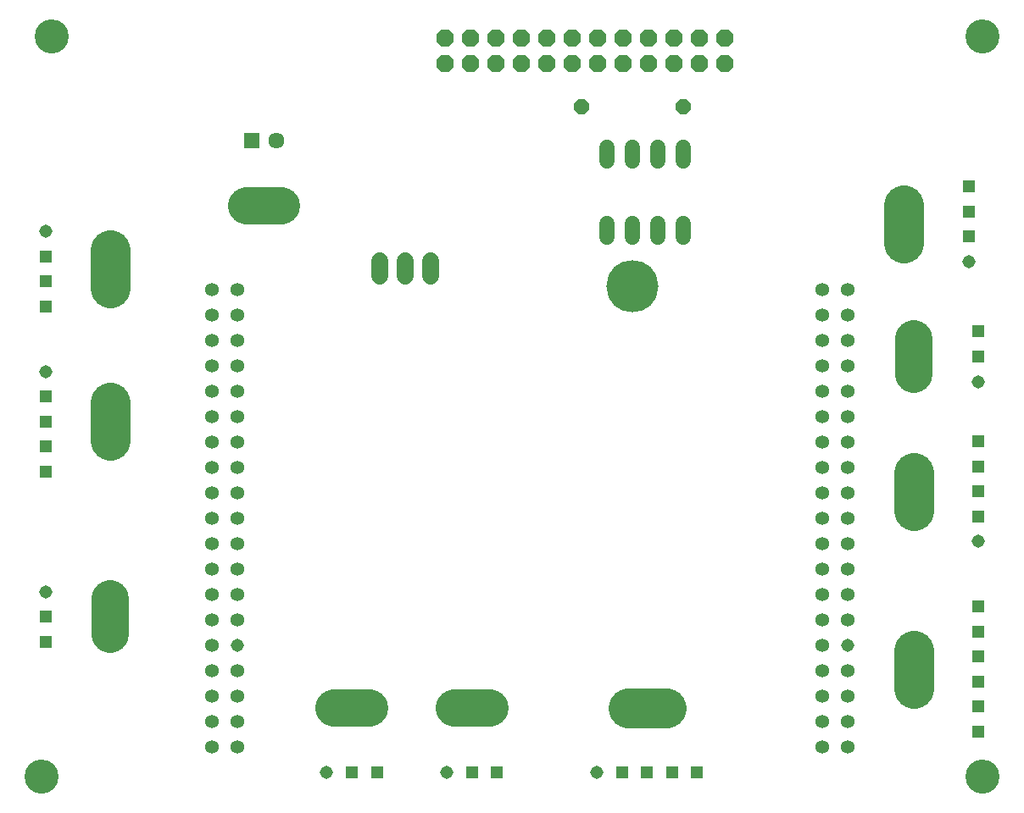
<source format=gts>
G04 EAGLE Gerber RS-274X export*
G75*
%MOMM*%
%FSLAX34Y34*%
%LPD*%
%INTop Solder Mask*%
%IPPOS*%
%AMOC8*
5,1,8,0,0,1.08239X$1,22.5*%
G01*
%ADD10C,3.403200*%
%ADD11C,5.203200*%
%ADD12C,1.524000*%
%ADD13P,1.869504X8X22.500000*%
%ADD14C,1.361200*%
%ADD15C,1.311200*%
%ADD16C,1.727200*%
%ADD17P,1.649562X8X202.500000*%
%ADD18R,1.311200X1.311200*%
%ADD19C,3.719200*%
%ADD20C,4.019200*%
%ADD21C,1.611200*%
%ADD22R,1.611200X1.611200*%


D10*
X40000Y770000D03*
X970000Y770000D03*
X30000Y30000D03*
X970000Y30000D03*
D11*
X620000Y520000D03*
D12*
X594700Y569496D02*
X594700Y582704D01*
X620100Y582704D02*
X620100Y569496D01*
X620100Y645696D02*
X620100Y658904D01*
X594700Y658904D02*
X594700Y645696D01*
X645500Y582704D02*
X645500Y569496D01*
X670900Y569496D02*
X670900Y582704D01*
X645500Y645696D02*
X645500Y658904D01*
X670900Y658904D02*
X670900Y645696D01*
D13*
X433100Y743100D03*
X433100Y768500D03*
X458500Y743100D03*
X458500Y768500D03*
X483900Y743100D03*
X483900Y768500D03*
X509300Y743100D03*
X509300Y768500D03*
X534700Y743100D03*
X534700Y768500D03*
X560100Y743100D03*
X560100Y768500D03*
X585500Y743100D03*
X585500Y768500D03*
X610900Y743100D03*
X610900Y768500D03*
X636300Y743100D03*
X636300Y768500D03*
X661700Y743100D03*
X661700Y768500D03*
X687100Y743100D03*
X687100Y768500D03*
X712500Y743100D03*
X712500Y768500D03*
D14*
X200000Y60000D03*
X225400Y60000D03*
X225400Y85400D03*
X200000Y85400D03*
X200000Y110800D03*
X225400Y110800D03*
X225400Y136200D03*
X200000Y136200D03*
X200000Y161600D03*
D15*
X225400Y161600D03*
D14*
X225400Y187000D03*
X200000Y187000D03*
X200000Y212400D03*
X225400Y212400D03*
X225400Y237800D03*
X200000Y237800D03*
X200000Y263200D03*
X225400Y263200D03*
X225400Y288600D03*
X200000Y288600D03*
X200000Y314000D03*
X225400Y314000D03*
X225400Y339400D03*
X200000Y339400D03*
X200000Y364800D03*
X225400Y364800D03*
X225400Y390200D03*
X200000Y390200D03*
X200000Y415600D03*
X225400Y415600D03*
X225400Y441000D03*
X200000Y441000D03*
X225400Y466400D03*
X200000Y466400D03*
X200000Y491800D03*
X225400Y491800D03*
X225400Y517200D03*
X200000Y517200D03*
X809600Y60000D03*
X835000Y60000D03*
X835000Y85400D03*
X809600Y85400D03*
X809600Y110800D03*
X835000Y110800D03*
X835000Y136200D03*
X809600Y136200D03*
X809600Y161600D03*
D15*
X835000Y161600D03*
D14*
X835000Y187000D03*
X809600Y187000D03*
X809600Y212400D03*
X835000Y212400D03*
X835000Y237800D03*
X809600Y237800D03*
X809600Y263200D03*
X835000Y263200D03*
X835000Y288600D03*
X809600Y288600D03*
X809600Y314000D03*
X835000Y314000D03*
X835000Y339400D03*
X809600Y339400D03*
X809600Y364800D03*
X835000Y364800D03*
X835000Y390200D03*
X809600Y390200D03*
X809600Y415600D03*
X835000Y415600D03*
X835000Y441000D03*
X809600Y441000D03*
X835000Y466400D03*
X809600Y466400D03*
X809600Y491800D03*
X835000Y491800D03*
X835000Y517200D03*
X809600Y517200D03*
D16*
X367600Y530380D02*
X367600Y545620D01*
X393000Y545620D02*
X393000Y530380D01*
X418400Y530380D02*
X418400Y545620D01*
D17*
X670800Y700000D03*
X569200Y700000D03*
D15*
X34000Y215000D03*
D18*
X34000Y190000D03*
X34000Y165000D03*
D19*
X99000Y172420D02*
X99000Y207580D01*
D15*
X956000Y545000D03*
D18*
X956000Y570000D03*
X956000Y595000D03*
X956000Y620000D03*
D20*
X891000Y601580D02*
X891000Y563420D01*
D15*
X585000Y34000D03*
D18*
X610000Y34000D03*
X635000Y34000D03*
X660000Y34000D03*
X685000Y34000D03*
D20*
X654080Y99000D02*
X615920Y99000D01*
D18*
X966000Y75000D03*
X966000Y100000D03*
X966000Y125000D03*
X966000Y150000D03*
X966000Y175000D03*
X966000Y200000D03*
D20*
X901000Y156580D02*
X901000Y118420D01*
D15*
X966000Y425000D03*
D18*
X966000Y450000D03*
X966000Y475000D03*
D19*
X901000Y467580D02*
X901000Y432420D01*
D15*
X315000Y34000D03*
D18*
X340000Y34000D03*
X365000Y34000D03*
D19*
X357580Y99000D02*
X322420Y99000D01*
D15*
X435000Y34000D03*
D18*
X460000Y34000D03*
X485000Y34000D03*
D19*
X477580Y99000D02*
X442420Y99000D01*
D15*
X34000Y435000D03*
D18*
X34000Y410000D03*
X34000Y385000D03*
X34000Y360000D03*
X34000Y335000D03*
D20*
X99000Y365920D02*
X99000Y404080D01*
D15*
X966000Y265000D03*
D18*
X966000Y290000D03*
X966000Y315000D03*
X966000Y340000D03*
X966000Y365000D03*
D20*
X901000Y334080D02*
X901000Y295920D01*
D15*
X34000Y575000D03*
D18*
X34000Y550000D03*
X34000Y525000D03*
X34000Y500000D03*
D20*
X99000Y518420D02*
X99000Y556580D01*
D21*
X265000Y666000D03*
D22*
X240000Y666000D03*
D19*
X234920Y601000D02*
X270080Y601000D01*
M02*

</source>
